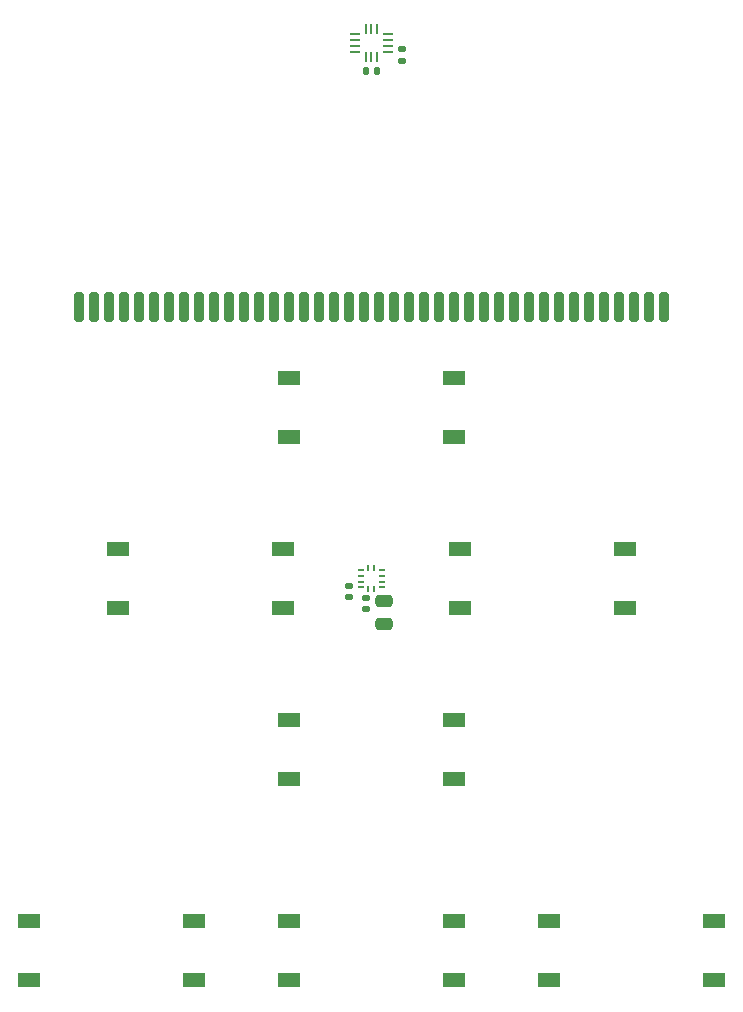
<source format=gbr>
%TF.GenerationSoftware,KiCad,Pcbnew,9.0.3*%
%TF.CreationDate,2025-08-22T11:29:54-04:00*%
%TF.ProjectId,roversa2,726f7665-7273-4613-922e-6b696361645f,rev?*%
%TF.SameCoordinates,Original*%
%TF.FileFunction,Paste,Top*%
%TF.FilePolarity,Positive*%
%FSLAX46Y46*%
G04 Gerber Fmt 4.6, Leading zero omitted, Abs format (unit mm)*
G04 Created by KiCad (PCBNEW 9.0.3) date 2025-08-22 11:29:54*
%MOMM*%
%LPD*%
G01*
G04 APERTURE LIST*
G04 Aperture macros list*
%AMRoundRect*
0 Rectangle with rounded corners*
0 $1 Rounding radius*
0 $2 $3 $4 $5 $6 $7 $8 $9 X,Y pos of 4 corners*
0 Add a 4 corners polygon primitive as box body*
4,1,4,$2,$3,$4,$5,$6,$7,$8,$9,$2,$3,0*
0 Add four circle primitives for the rounded corners*
1,1,$1+$1,$2,$3*
1,1,$1+$1,$4,$5*
1,1,$1+$1,$6,$7*
1,1,$1+$1,$8,$9*
0 Add four rect primitives between the rounded corners*
20,1,$1+$1,$2,$3,$4,$5,0*
20,1,$1+$1,$4,$5,$6,$7,0*
20,1,$1+$1,$6,$7,$8,$9,0*
20,1,$1+$1,$8,$9,$2,$3,0*%
G04 Aperture macros list end*
%ADD10R,1.950000X1.300000*%
%ADD11RoundRect,0.250000X-0.475000X0.250000X-0.475000X-0.250000X0.475000X-0.250000X0.475000X0.250000X0*%
%ADD12RoundRect,0.140000X0.170000X-0.140000X0.170000X0.140000X-0.170000X0.140000X-0.170000X-0.140000X0*%
%ADD13RoundRect,0.200000X-0.200000X-1.050000X0.200000X-1.050000X0.200000X1.050000X-0.200000X1.050000X0*%
%ADD14RoundRect,0.140000X-0.170000X0.140000X-0.170000X-0.140000X0.170000X-0.140000X0.170000X0.140000X0*%
%ADD15RoundRect,0.140000X-0.140000X-0.170000X0.140000X-0.170000X0.140000X0.170000X-0.140000X0.170000X0*%
%ADD16R,0.950000X0.250000*%
%ADD17R,0.250000X0.950000*%
%ADD18R,0.550000X0.250000*%
%ADD19R,0.250000X0.550000*%
G04 APERTURE END LIST*
D10*
%TO.C,SW2*%
X92897800Y-126021900D03*
X106847800Y-126021900D03*
X92897800Y-131021900D03*
X106847800Y-131021900D03*
%TD*%
D11*
%TO.C,C6*%
X100914200Y-98948200D03*
X100914200Y-100848200D03*
%TD*%
D12*
%TO.C,C5*%
X98000000Y-98571500D03*
X98000000Y-97611500D03*
%TD*%
D13*
%TO.C,EC1*%
X75107800Y-74021900D03*
X76377800Y-74021900D03*
X77647800Y-74021900D03*
X78917800Y-74021900D03*
X80187800Y-74021900D03*
X81457800Y-74021900D03*
X82727800Y-74021900D03*
X83997800Y-74021900D03*
X85267800Y-74021900D03*
X86537800Y-74021900D03*
X87807800Y-74021900D03*
X89077800Y-74021900D03*
X90347800Y-74021900D03*
X91617800Y-74021900D03*
X92887800Y-74021900D03*
X94157800Y-74021900D03*
X95427800Y-74021900D03*
X96697800Y-74021900D03*
X97967800Y-74021900D03*
X99237800Y-74021900D03*
X100507800Y-74021900D03*
X101777800Y-74021900D03*
X103047800Y-74021900D03*
X104317800Y-74021900D03*
X105587800Y-74021900D03*
X106857800Y-74021900D03*
X108127800Y-74021900D03*
X109397800Y-74021900D03*
X110667800Y-74021900D03*
X111937800Y-74021900D03*
X113207800Y-74021900D03*
X114477800Y-74021900D03*
X115747800Y-74021900D03*
X117017800Y-74021900D03*
X118287800Y-74021900D03*
X119557800Y-74021900D03*
X120827800Y-74021900D03*
X122097800Y-74021900D03*
X123367800Y-74021900D03*
X124637800Y-74021900D03*
%TD*%
D14*
%TO.C,C8*%
X102500000Y-52207900D03*
X102500000Y-53167900D03*
%TD*%
D10*
%TO.C,SW3*%
X114897800Y-126021900D03*
X128847800Y-126021900D03*
X114897800Y-131021900D03*
X128847800Y-131021900D03*
%TD*%
%TO.C,SW8*%
X78397800Y-94521900D03*
X92347800Y-94521900D03*
X78397800Y-99521900D03*
X92347800Y-99521900D03*
%TD*%
D15*
%TO.C,C9*%
X99392800Y-54000000D03*
X100352800Y-54000000D03*
%TD*%
D10*
%TO.C,SW7*%
X107397800Y-94521900D03*
X121347800Y-94521900D03*
X107397800Y-99521900D03*
X121347800Y-99521900D03*
%TD*%
D14*
%TO.C,C7*%
X99390200Y-98656200D03*
X99390200Y-99616200D03*
%TD*%
D10*
%TO.C,SW6*%
X92897800Y-109021900D03*
X106847800Y-109021900D03*
X92897800Y-114021900D03*
X106847800Y-114021900D03*
%TD*%
%TO.C,SW4*%
X70897800Y-126021900D03*
X84847800Y-126021900D03*
X70897800Y-131021900D03*
X84847800Y-131021900D03*
%TD*%
%TO.C,SW5*%
X92897800Y-80021900D03*
X106847800Y-80021900D03*
X92897800Y-85021900D03*
X106847800Y-85021900D03*
%TD*%
D16*
%TO.C,U4*%
X98472800Y-50921900D03*
X98472800Y-51421900D03*
X98472800Y-51921900D03*
X98472800Y-52421900D03*
D17*
X99372800Y-52821900D03*
X99872800Y-52821900D03*
X100372800Y-52821900D03*
D16*
X101260300Y-52421900D03*
X101260300Y-51921900D03*
X101260300Y-51421900D03*
X101260300Y-50921900D03*
D17*
X100372800Y-50521900D03*
X99872800Y-50521900D03*
X99372800Y-50521900D03*
%TD*%
D18*
%TO.C,U3*%
X98972800Y-96271900D03*
X98972800Y-96771900D03*
X98972800Y-97271900D03*
X98972800Y-97771900D03*
D19*
X99622800Y-97921900D03*
X100122800Y-97921900D03*
D18*
X100772800Y-97771900D03*
X100772800Y-97271900D03*
X100772800Y-96771900D03*
X100772800Y-96271900D03*
D19*
X100122800Y-96121900D03*
X99622800Y-96121900D03*
%TD*%
M02*

</source>
